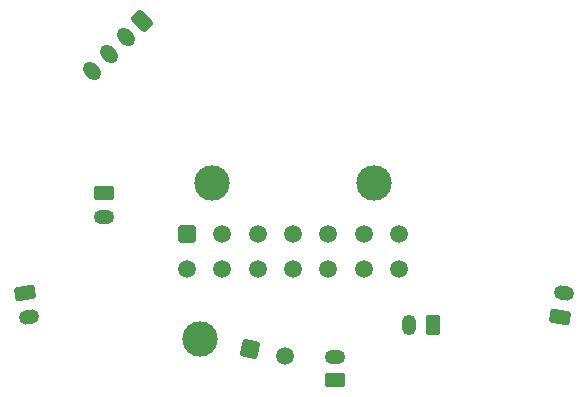
<source format=gbr>
%TF.GenerationSoftware,KiCad,Pcbnew,(6.0.0)*%
%TF.CreationDate,2022-01-12T17:49:16+01:00*%
%TF.ProjectId,v0_miniAB_pancake_board,76305f6d-696e-4694-9142-5f70616e6361,rev?*%
%TF.SameCoordinates,Original*%
%TF.FileFunction,Soldermask,Bot*%
%TF.FilePolarity,Negative*%
%FSLAX46Y46*%
G04 Gerber Fmt 4.6, Leading zero omitted, Abs format (unit mm)*
G04 Created by KiCad (PCBNEW (6.0.0)) date 2022-01-12 17:49:16*
%MOMM*%
%LPD*%
G01*
G04 APERTURE LIST*
G04 Aperture macros list*
%AMRoundRect*
0 Rectangle with rounded corners*
0 $1 Rounding radius*
0 $2 $3 $4 $5 $6 $7 $8 $9 X,Y pos of 4 corners*
0 Add a 4 corners polygon primitive as box body*
4,1,4,$2,$3,$4,$5,$6,$7,$8,$9,$2,$3,0*
0 Add four circle primitives for the rounded corners*
1,1,$1+$1,$2,$3*
1,1,$1+$1,$4,$5*
1,1,$1+$1,$6,$7*
1,1,$1+$1,$8,$9*
0 Add four rect primitives between the rounded corners*
20,1,$1+$1,$2,$3,$4,$5,0*
20,1,$1+$1,$4,$5,$6,$7,0*
20,1,$1+$1,$6,$7,$8,$9,0*
20,1,$1+$1,$8,$9,$2,$3,0*%
%AMHorizOval*
0 Thick line with rounded ends*
0 $1 width*
0 $2 $3 position (X,Y) of the first rounded end (center of the circle)*
0 $4 $5 position (X,Y) of the second rounded end (center of the circle)*
0 Add line between two ends*
20,1,$1,$2,$3,$4,$5,0*
0 Add two circle primitives to create the rounded ends*
1,1,$1,$2,$3*
1,1,$1,$4,$5*%
G04 Aperture macros list end*
%ADD10C,3.000000*%
%ADD11RoundRect,0.250000X0.395409X-0.586218X0.586218X0.395409X-0.395409X0.586218X-0.586218X-0.395409X0*%
%ADD12C,1.500000*%
%ADD13RoundRect,0.249999X0.625001X-0.350001X0.625001X0.350001X-0.625001X0.350001X-0.625001X-0.350001X0*%
%ADD14O,1.750000X1.200000*%
%ADD15RoundRect,0.249999X0.350001X0.625001X-0.350001X0.625001X-0.350001X-0.625001X0.350001X-0.625001X0*%
%ADD16O,1.200000X1.750000*%
%ADD17RoundRect,0.250000X-0.500000X-0.500000X0.500000X-0.500000X0.500000X0.500000X-0.500000X0.500000X0*%
%ADD18RoundRect,0.250000X-0.625000X0.350000X-0.625000X-0.350000X0.625000X-0.350000X0.625000X0.350000X0*%
%ADD19RoundRect,0.249999X-0.194454X0.689431X-0.689431X0.194454X0.194454X-0.689431X0.689431X-0.194454X0*%
%ADD20HorizOval,1.200000X-0.194454X0.194454X0.194454X-0.194454X0*%
%ADD21RoundRect,0.249999X-0.676283X0.236153X-0.554729X-0.453214X0.676283X-0.236153X0.554729X0.453214X0*%
%ADD22HorizOval,1.200000X-0.270822X-0.047753X0.270822X0.047753X0*%
%ADD23RoundRect,0.249999X0.554729X-0.453214X0.676283X0.236153X-0.554729X0.453214X-0.676283X-0.236153X0*%
%ADD24HorizOval,1.200000X-0.270822X0.047753X0.270822X-0.047753X0*%
G04 APERTURE END LIST*
D10*
%TO.C,J2*%
X92019371Y-109905705D03*
D11*
X96260000Y-110730000D03*
D12*
X99204882Y-111302427D03*
%TD*%
D13*
%TO.C,J3*%
X103420000Y-113400000D03*
D14*
X103420000Y-111400000D03*
%TD*%
D15*
%TO.C,J6*%
X111710000Y-108680000D03*
D16*
X109710000Y-108680000D03*
%TD*%
D10*
%TO.C,J9*%
X93040000Y-96670000D03*
X106740000Y-96670000D03*
D17*
X90880000Y-100990000D03*
D12*
X93880000Y-100990000D03*
X96880000Y-100990000D03*
X99880000Y-100990000D03*
X102880000Y-100990000D03*
X105880000Y-100990000D03*
X108880000Y-100990000D03*
X90880000Y-103990000D03*
X93880000Y-103990000D03*
X96880000Y-103990000D03*
X99880000Y-103990000D03*
X102880000Y-103990000D03*
X105880000Y-103990000D03*
X108880000Y-103990000D03*
%TD*%
D18*
%TO.C,J7*%
X83862000Y-97552000D03*
D14*
X83862000Y-99552000D03*
%TD*%
D19*
%TO.C,J1*%
X87130000Y-82930000D03*
D20*
X85715786Y-84344214D03*
X84301573Y-85758427D03*
X82887359Y-87172641D03*
%TD*%
D21*
%TO.C,J4*%
X77190000Y-106030000D03*
D22*
X77537296Y-107999616D03*
%TD*%
D23*
%TO.C,J5*%
X122450000Y-108000000D03*
D24*
X122797296Y-106030384D03*
%TD*%
M02*

</source>
